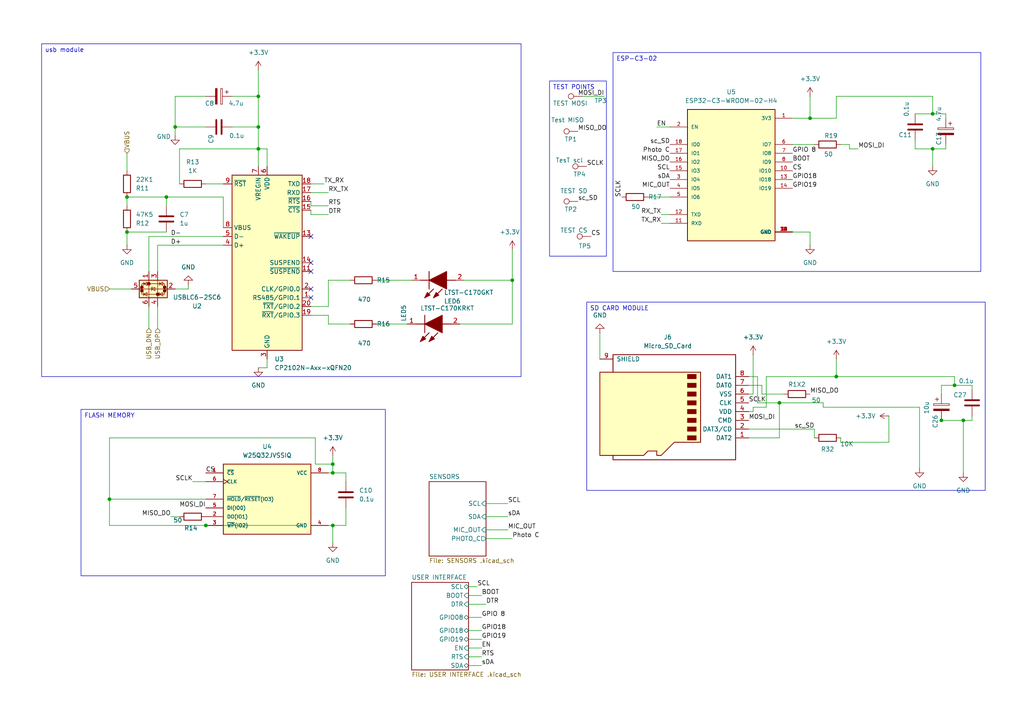
<source format=kicad_sch>
(kicad_sch (version 20250114) (generator "eeschema") (generator_version "9.0")
  (paper "A4")
  (lib_symbols
    (symbol "Connector:Micro_SD_Card" (pin_names (offset 1.016))
      (property "Reference" "J" (at -16.51 15.24 0))
      (property "Value" "Micro_SD_Card" (at 16.51 15.24 0))
      (symbol "Micro_SD_Card_0_1"
        (polyline (pts (xy -8.89 -11.43) (xy -8.89 8.89) (xy -1.27 8.89) (xy 2.54 12.7) (xy 3.81 12.7) (xy 3.81 11.43) (xy 6.35 11.43) (xy 7.62 12.7) (xy 20.32 12.7) (xy 20.32 -11.43) (xy -8.89 -11.43)) (stroke (width 0.254)) (fill (type background)))
        (rectangle (start -7.62 8.255) (end -5.08 6.985) (fill (type outline)))
        (rectangle (start -7.62 5.715) (end -5.08 4.445) (fill (type outline)))
        (rectangle (start -7.62 3.175) (end -5.08 1.905) (fill (type outline)))
        (rectangle (start -7.62 0.635) (end -5.08 -0.635) (fill (type outline)))
        (rectangle (start -7.62 -1.905) (end -5.08 -3.175) (fill (type outline)))
        (rectangle (start -7.62 -4.445) (end -5.08 -5.715) (fill (type outline)))
        (rectangle (start -7.62 -6.985) (end -5.08 -8.255) (fill (type outline)))
        (rectangle (start -7.62 -9.525) (end -5.08 -10.795) (fill (type outline)))
        (polyline (pts (xy 16.51 12.7) (xy 16.51 13.97) (xy -19.05 13.97) (xy -19.05 -16.51) (xy 16.51 -16.51) (xy 16.51 -11.43)) (stroke (width 0.254)))
      )
      (symbol "Micro_SD_Card_1_1"
        (pin bidirectional line (at -22.86 7.62 0) (length 3.81) (name "DAT2") (number "1"))
        (pin bidirectional line (at -22.86 5.08 0) (length 3.81) (name "DAT3/CD") (number "2"))
        (pin input line (at -22.86 2.54 0) (length 3.81) (name "CMD") (number "3"))
        (pin power_in line (at -22.86 0 0) (length 3.81) (name "VDD") (number "4"))
        (pin input line (at -22.86 -2.54 0) (length 3.81) (name "CLK") (number "5"))
        (pin power_in line (at -22.86 -5.08 0) (length 3.81) (name "VSS") (number "6"))
        (pin bidirectional line (at -22.86 -7.62 0) (length 3.81) (name "DAT0") (number "7"))
        (pin bidirectional line (at -22.86 -10.16 0) (length 3.81) (name "DAT1") (number "8"))
        (pin passive line (at 20.32 -15.24 180) (length 3.81) (name "SHIELD") (number "9"))
      )
    )
    (symbol "Connector:TestPoint" (pin_numbers (hide yes)) (pin_names (offset 0.762) (hide yes))
      (property "Reference" "TP" (at 0 6.858 0))
      (property "Value" "TestPoint" (at 0 5.08 0))
      (symbol "TestPoint_0_1"
        (circle (center 0 3.302) (radius 0.762))
      )
      (symbol "TestPoint_1_1"
        (pin passive line (at 0 0 90) (length 2.54) (name "1") (number "1"))
      )
    )
    (symbol "Device:C" (pin_numbers (hide yes)) (pin_names (offset 0.254))
      (property "Reference" "C" (at 0.635 2.54 0))
      (property "Value" "C" (at 0.635 -2.54 0))
      (symbol "C_0_1"
        (polyline (pts (xy -2.032 0.762) (xy 2.032 0.762)) (stroke (width 0.508)))
        (polyline (pts (xy -2.032 -0.762) (xy 2.032 -0.762)) (stroke (width 0.508)))
      )
      (symbol "C_1_1"
        (pin passive line (at 0 3.81 270) (length 2.794) (name "~") (number "1"))
        (pin passive line (at 0 -3.81 90) (length 2.794) (name "~") (number "2"))
      )
    )
    (symbol "Device:C_Polarized" (pin_numbers (hide yes)) (pin_names (offset 0.254))
      (property "Reference" "C" (at 0.635 2.54 0))
      (property "Value" "C_Polarized" (at 0.635 -2.54 0))
      (symbol "C_Polarized_0_1"
        (rectangle (start -2.286 0.508) (end 2.286 1.016))
        (polyline (pts (xy -1.778 2.286) (xy -0.762 2.286)))
        (polyline (pts (xy -1.27 2.794) (xy -1.27 1.778)))
        (rectangle (start 2.286 -0.508) (end -2.286 -1.016) (fill (type outline)))
      )
      (symbol "C_Polarized_1_1"
        (pin passive line (at 0 3.81 270) (length 2.794) (name "~") (number "1"))
        (pin passive line (at 0 -3.81 90) (length 2.794) (name "~") (number "2"))
      )
    )
    (symbol "Device:R" (pin_numbers (hide yes)) (pin_names (offset 0))
      (property "Reference" "R" (at 2.032 0 90))
      (property "Value" "R" (at 0 0 90))
      (symbol "R_0_1"
        (rectangle (start -1.016 -2.54) (end 1.016 2.54) (stroke (width 0.254)))
      )
      (symbol "R_1_1"
        (pin passive line (at 0 3.81 270) (length 1.27) (name "~") (number "1"))
        (pin passive line (at 0 -3.81 90) (length 1.27) (name "~") (number "2"))
      )
    )
    (symbol "ESP32-C3-WROOM-02-H4:ESP32-C3-WROOM-02-H4" (pin_names (offset 1.016))
      (property "Reference" "U" (at -12.7 21.082 0))
      (property "Value" "ESP32-C3-WROOM-02-H4" (at -12.7 -18.542 0))
      (symbol "ESP32-C3-WROOM-02-H4_0_0"
        (rectangle (start -12.7 -17.78) (end 12.7 20.32) (stroke (width 0.254)) (fill (type background)))
        (pin input line (at -17.78 15.24 0) (length 5.08) (name "EN") (number "2"))
        (pin bidirectional line (at -17.78 10.16 0) (length 5.08) (name "IO0") (number "18"))
        (pin bidirectional line (at -17.78 7.62 0) (length 5.08) (name "IO1") (number "17"))
        (pin bidirectional line (at -17.78 5.08 0) (length 5.08) (name "IO2") (number "16"))
        (pin bidirectional line (at -17.78 2.54 0) (length 5.08) (name "IO3") (number "15"))
        (pin bidirectional line (at -17.78 0 0) (length 5.08) (name "IO4") (number "3"))
        (pin bidirectional line (at -17.78 -2.54 0) (length 5.08) (name "IO5") (number "4"))
        (pin bidirectional line (at -17.78 -5.08 0) (length 5.08) (name "IO6") (number "5"))
        (pin bidirectional line (at -17.78 -10.16 0) (length 5.08) (name "TXD") (number "12"))
        (pin bidirectional line (at -17.78 -12.7 0) (length 5.08) (name "RXD") (number "11"))
        (pin power_in line (at 17.78 17.78 180) (length 5.08) (name "3V3") (number "1"))
        (pin bidirectional line (at 17.78 10.16 180) (length 5.08) (name "IO7") (number "6"))
        (pin bidirectional line (at 17.78 7.62 180) (length 5.08) (name "IO8") (number "7"))
        (pin bidirectional line (at 17.78 5.08 180) (length 5.08) (name "IO9") (number "8"))
        (pin bidirectional line (at 17.78 2.54 180) (length 5.08) (name "IO10") (number "10"))
        (pin bidirectional line (at 17.78 0 180) (length 5.08) (name "IO18") (number "13"))
        (pin bidirectional line (at 17.78 -2.54 180) (length 5.08) (name "IO19") (number "14"))
        (pin power_in line (at 17.78 -15.24 180) (length 5.08) (name "GND") (number "19"))
        (pin power_in line (at 17.78 -15.24 180) (length 5.08) (name "GND") (number "20"))
        (pin power_in line (at 17.78 -15.24 180) (length 5.08) (name "GND") (number "21"))
        (pin power_in line (at 17.78 -15.24 180) (length 5.08) (name "GND") (number "22"))
        (pin power_in line (at 17.78 -15.24 180) (length 5.08) (name "GND") (number "23"))
        (pin power_in line (at 17.78 -15.24 180) (length 5.08) (name "GND") (number "24"))
        (pin power_in line (at 17.78 -15.24 180) (length 5.08) (name "GND") (number "25"))
        (pin power_in line (at 17.78 -15.24 180) (length 5.08) (name "GND") (number "26"))
        (pin power_in line (at 17.78 -15.24 180) (length 5.08) (name "GND") (number "27"))
        (pin power_in line (at 17.78 -15.24 180) (length 5.08) (name "GND") (number "28"))
        (pin power_in line (at 17.78 -15.24 180) (length 5.08) (name "GND") (number "29"))
        (pin power_in line (at 17.78 -15.24 180) (length 5.08) (name "GND") (number "30"))
        (pin power_in line (at 17.78 -15.24 180) (length 5.08) (name "GND") (number "31"))
        (pin power_in line (at 17.78 -15.24 180) (length 5.08) (name "GND") (number "32"))
        (pin power_in line (at 17.78 -15.24 180) (length 5.08) (name "GND") (number "33"))
        (pin power_in line (at 17.78 -15.24 180) (length 5.08) (name "GND") (number "34"))
        (pin power_in line (at 17.78 -15.24 180) (length 5.08) (name "GND") (number "35"))
        (pin power_in line (at 17.78 -15.24 180) (length 5.08) (name "GND") (number "36"))
        (pin power_in line (at 17.78 -15.24 180) (length 5.08) (name "GND") (number "37"))
        (pin power_in line (at 17.78 -15.24 180) (length 5.08) (name "GND") (number "38"))
        (pin power_in line (at 17.78 -15.24 180) (length 5.08) (name "GND") (number "39"))
        (pin power_in line (at 17.78 -15.24 180) (length 5.08) (name "GND") (number "9"))
      )
    )
    (symbol "Interface_USB:CP2102N-Axx-xQFN20"
      (property "Reference" "U" (at -8.89 26.67 0))
      (property "Value" "CP2102N-Axx-xQFN20" (at 12.7 26.67 0))
      (symbol "CP2102N-Axx-xQFN20_0_1"
        (rectangle (start -10.16 25.4) (end 10.16 -25.4) (stroke (width 0.254)) (fill (type background)))
      )
      (symbol "CP2102N-Axx-xQFN20_1_1"
        (pin input line (at -12.7 22.86 0) (length 2.54) (name "~{RST}") (number "9"))
        (pin input line (at -12.7 10.16 0) (length 2.54) (name "VBUS") (number "8"))
        (pin bidirectional line (at -12.7 7.62 0) (length 2.54) (name "D-") (number "5"))
        (pin bidirectional line (at -12.7 5.08 0) (length 2.54) (name "D+") (number "4"))
        (pin no_connect line (at -10.16 -22.86 0) (length 2.54) (hide yes) (name "NC") (number "10"))
        (pin power_in line (at -2.54 27.94 270) (length 2.54) (name "VREGIN") (number "7"))
        (pin power_in line (at 0 27.94 270) (length 2.54) (name "VDD") (number "6"))
        (pin passive line (at 0 -27.94 90) (length 2.54) (hide yes) (name "GND") (number "12"))
        (pin passive line (at 0 -27.94 90) (length 2.54) (hide yes) (name "GND") (number "21"))
        (pin power_in line (at 0 -27.94 90) (length 2.54) (name "GND") (number "3"))
        (pin output line (at 12.7 22.86 180) (length 2.54) (name "TXD") (number "18"))
        (pin input line (at 12.7 20.32 180) (length 2.54) (name "RXD") (number "17"))
        (pin output line (at 12.7 17.78 180) (length 2.54) (name "~{RTS}") (number "16"))
        (pin input line (at 12.7 15.24 180) (length 2.54) (name "~{CTS}") (number "15"))
        (pin input line (at 12.7 7.62 180) (length 2.54) (name "~{WAKEUP}") (number "13"))
        (pin output line (at 12.7 0 180) (length 2.54) (name "SUSPEND") (number "14"))
        (pin output line (at 12.7 -2.54 180) (length 2.54) (name "~{SUSPEND}") (number "11"))
        (pin bidirectional line (at 12.7 -7.62 180) (length 2.54) (name "CLK/GPIO.0") (number "2"))
        (pin bidirectional line (at 12.7 -10.16 180) (length 2.54) (name "RS485/GPIO.1") (number "1"))
        (pin bidirectional line (at 12.7 -12.7 180) (length 2.54) (name "~{TXT}/GPIO.2") (number "20"))
        (pin bidirectional line (at 12.7 -15.24 180) (length 2.54) (name "~{RXT}/GPIO.3") (number "19"))
      )
    )
    (symbol "LTST-C170GKT:LTST-C170GKT" (pin_names (hide yes))
      (property "Reference" "LED" (at 12.7 8.89 0))
      (property "Value" "LTST-C170GKT" (at 12.7 6.35 0))
      (symbol "LTST-C170GKT_1_1"
        (polyline (pts (xy 2.54 0) (xy 5.08 0)) (stroke (width 0.254)))
        (polyline (pts (xy 5.08 2.54) (xy 5.08 -2.54)) (stroke (width 0.254)))
        (polyline (pts (xy 5.08 0) (xy 10.16 2.54) (xy 10.16 -2.54) (xy 5.08 0)) (stroke (width 0.254)) (fill (type outline)))
        (polyline (pts (xy 5.334 4.318) (xy 4.572 3.556) (xy 3.81 5.08) (xy 5.334 4.318)) (stroke (width 0.254)) (fill (type outline)))
        (polyline (pts (xy 6.35 2.54) (xy 3.81 5.08)) (stroke (width 0.254)))
        (polyline (pts (xy 7.874 4.318) (xy 7.112 3.556) (xy 6.35 5.08) (xy 7.874 4.318)) (stroke (width 0.254)) (fill (type outline)))
        (polyline (pts (xy 8.89 2.54) (xy 6.35 5.08)) (stroke (width 0.254)))
        (polyline (pts (xy 10.16 0) (xy 12.7 0)) (stroke (width 0.254)))
        (pin passive line (at 0 0 0) (length 2.54) (name "K") (number "1"))
        (pin passive line (at 15.24 0 180) (length 2.54) (name "A") (number "2"))
      )
    )
    (symbol "LTST-C170KRKT:LTST-C170KRKT" (pin_names (hide yes))
      (property "Reference" "LED" (at 12.7 8.89 0))
      (property "Value" "LTST-C170KRKT" (at 12.7 6.35 0))
      (symbol "LTST-C170KRKT_1_1"
        (polyline (pts (xy 2.54 0) (xy 5.08 0)) (stroke (width 0.254)))
        (polyline (pts (xy 5.08 2.54) (xy 5.08 -2.54)) (stroke (width 0.254)))
        (polyline (pts (xy 5.08 0) (xy 10.16 2.54) (xy 10.16 -2.54) (xy 5.08 0)) (stroke (width 0.254)) (fill (type outline)))
        (polyline (pts (xy 5.334 4.318) (xy 4.572 3.556) (xy 3.81 5.08) (xy 5.334 4.318)) (stroke (width 0.254)) (fill (type outline)))
        (polyline (pts (xy 6.35 2.54) (xy 3.81 5.08)) (stroke (width 0.254)))
        (polyline (pts (xy 7.874 4.318) (xy 7.112 3.556) (xy 6.35 5.08) (xy 7.874 4.318)) (stroke (width 0.254)) (fill (type outline)))
        (polyline (pts (xy 8.89 2.54) (xy 6.35 5.08)) (stroke (width 0.254)))
        (polyline (pts (xy 10.16 0) (xy 12.7 0)) (stroke (width 0.254)))
        (pin passive line (at 0 0 0) (length 2.54) (name "K") (number "1"))
        (pin passive line (at 15.24 0 180) (length 2.54) (name "A") (number "2"))
      )
    )
    (symbol "Power_Protection:USBLC6-2SC6" (pin_names (hide yes))
      (property "Reference" "U" (at 0.635 5.715 0))
      (property "Value" "USBLC6-2SC6" (at 0.635 3.81 0))
      (symbol "USBLC6-2SC6_0_0"
        (circle (center -1.524 0) (radius 0.0001) (stroke (width 0.508)))
        (circle (center -0.508 2.032) (radius 0.0001) (stroke (width 0.508)))
        (circle (center -0.508 -4.572) (radius 0.0001) (stroke (width 0.508)))
        (circle (center 0.508 2.032) (radius 0.0001) (stroke (width 0.508)))
        (circle (center 0.508 -4.572) (radius 0.0001) (stroke (width 0.508)))
        (circle (center 1.524 -2.54) (radius 0.0001) (stroke (width 0.508)))
      )
      (symbol "USBLC6-2SC6_0_1"
        (polyline (pts (xy -2.54 0) (xy 2.54 0)))
        (polyline (pts (xy -2.54 -2.54) (xy 2.54 -2.54)))
        (polyline (pts (xy -2.032 0.508) (xy -1.016 0.508) (xy -1.524 1.524) (xy -2.032 0.508)))
        (polyline (pts (xy -2.032 -3.048) (xy -1.016 -3.048)))
        (polyline (pts (xy -1.016 1.524) (xy -2.032 1.524)))
        (polyline (pts (xy -1.016 -4.064) (xy -2.032 -4.064) (xy -1.524 -3.048) (xy -1.016 -4.064)))
        (polyline (pts (xy -0.508 -1.143) (xy -0.508 -0.762) (xy 0.508 -0.762)))
        (polyline (pts (xy 0 2.54) (xy -0.508 2.032) (xy 0.508 2.032) (xy 0 1.524) (xy 0 -4.064) (xy -0.508 -4.572) (xy 0.508 -4.572) (xy 0 -5.08)))
        (polyline (pts (xy 0.508 -1.778) (xy -0.508 -1.778) (xy 0 -0.762) (xy 0.508 -1.778)))
        (polyline (pts (xy 1.016 1.524) (xy 2.032 1.524)))
        (polyline (pts (xy 1.016 -3.048) (xy 2.032 -3.048)))
        (polyline (pts (xy 2.032 0.508) (xy 1.016 0.508) (xy 1.524 1.524) (xy 2.032 0.508)))
        (polyline (pts (xy 2.032 -4.064) (xy 1.016 -4.064) (xy 1.524 -3.048) (xy 2.032 -4.064)))
      )
      (symbol "USBLC6-2SC6_1_1"
        (rectangle (start -2.54 2.794) (end 2.54 -5.334) (stroke (width 0.254)) (fill (type background)))
        (polyline (pts (xy -0.508 2.032) (xy -1.524 2.032) (xy -1.524 -4.572) (xy -0.508 -4.572)))
        (polyline (pts (xy 0.508 -4.572) (xy 1.524 -4.572) (xy 1.524 2.032) (xy 0.508 2.032)))
        (pin passive line (at -5.08 0 0) (length 2.54) (name "I/O1") (number "1"))
        (pin passive line (at -5.08 -2.54 0) (length 2.54) (name "I/O2") (number "3"))
        (pin passive line (at 0 5.08 270) (length 2.54) (name "VBUS") (number "5"))
        (pin passive line (at 0 -7.62 90) (length 2.54) (name "GND") (number "2"))
        (pin passive line (at 5.08 0 180) (length 2.54) (name "I/O1") (number "6"))
        (pin passive line (at 5.08 -2.54 180) (length 2.54) (name "I/O2") (number "4"))
      )
    )
    (symbol "W25Q32JVSSIQ:W25Q32JVSSIQ" (pin_names (offset 1.016))
      (property "Reference" "U" (at -12.4723 10.945 0))
      (property "Value" "W25Q32JVSSIQ" (at -12.4744 -12.2198 0))
      (symbol "W25Q32JVSSIQ_0_0"
        (rectangle (start -12.7 -10.16) (end 12.7 10.16) (stroke (width 0.254)) (fill (type background)))
        (pin input line (at -17.78 7.62 0) (length 5.08) (name "~{CS}") (number "1"))
        (pin input clock (at -17.78 5.08 0) (length 5.08) (name "CLK") (number "6"))
        (pin bidirectional line (at -17.78 0 0) (length 5.08) (name "~{HOLD}/~{RESET}(IO3)") (number "7"))
        (pin bidirectional line (at -17.78 -2.54 0) (length 5.08) (name "DI(IO0)") (number "5"))
        (pin bidirectional line (at -17.78 -5.08 0) (length 5.08) (name "DO(IO1)") (number "2"))
        (pin bidirectional line (at -17.78 -7.62 0) (length 5.08) (name "~{WP}(IO2)") (number "3"))
        (pin power_in line (at 17.78 7.62 180) (length 5.08) (name "VCC") (number "8"))
        (pin power_in line (at 17.78 -7.62 180) (length 5.08) (name "GND") (number "4"))
      )
    )
    (symbol "power:+3.3V" (power) (pin_numbers (hide yes)) (pin_names (offset 0) (hide yes))
      (property "Value" "+3.3V" (at 0 3.556 0))
      (symbol "+3.3V_0_1"
        (polyline (pts (xy -0.762 1.27) (xy 0 2.54)))
        (polyline (pts (xy 0 2.54) (xy 0.762 1.27)))
        (polyline (pts (xy 0 0) (xy 0 2.54)))
      )
      (symbol "+3.3V_1_1"
        (pin power_in line (at 0 0 90) (length 0) (name "~") (number "1"))
      )
    )
    (symbol "power:GND" (power) (pin_numbers (hide yes)) (pin_names (offset 0) (hide yes))
      (property "Value" "GND" (at 0 -3.81 0))
      (symbol "GND_0_1"
        (polyline (pts (xy 0 0) (xy 0 -1.27) (xy 1.27 -1.27) (xy 0 -2.54) (xy -1.27 -1.27) (xy 0 -1.27)))
      )
      (symbol "GND_1_1"
        (pin power_in line (at 0 0 270) (length 0) (name "~") (number "1"))
      )
    )
  )
  (text_box "FLASH MEMORY\n" (at 23.495 118.745 0) (size 88.265 48.26) (margins 0.9525 0.9525 0.9525 0.9525) (effects (font (size 1.27 1.27)) (justify left top)))
  (text_box "TEST POINTS\n" (at 159.385 23.495 0) (size 16.51 50.8) (margins 0.9525 0.9525 0.9525 0.9525) (effects (font (size 1.27 1.27)) (justify left top)))
  (text_box "usb module\n" (at 12.065 12.7 0) (size 139.065 96.52) (margins 0.9525 0.9525 0.9525 0.9525) (effects (font (size 1.27 1.27)) (justify left top)))
  (text_box "ESP-C3-02\n" (at 177.8 15.24 0) (size 106.68 63.5) (margins 0.9525 0.9525 0.9525 0.9525) (effects (font (size 1.27 1.27)) (justify left top)))
  (text_box "SD CARD MODULE\n" (at 170.18 87.63 0) (size 115.57 54.61) (margins 0.9525 0.9525 0.9525 0.9525) (effects (font (size 1.27 1.27)) (justify left top)))
  (junction (at 270.51 43.18))
  (junction (at 74.93 36.83))
  (junction (at 59.69 152.4))
  (junction (at 31.75 144.78))
  (junction (at 226.06 116.84))
  (junction (at 96.52 134.62))
  (junction (at 74.93 27.94))
  (junction (at 148.59 81.28))
  (junction (at 36.83 57.15))
  (junction (at 279.4 121.92))
  (junction (at 48.26 57.15))
  (junction (at 50.8 36.83))
  (junction (at 96.52 152.4))
  (junction (at 96.52 137.16))
  (junction (at 36.83 67.31))
  (junction (at 234.95 34.29))
  (junction (at 74.93 43.18))
  (junction (at 270.51 33.02))
  (junction (at 276.86 111.76))
  (junction (at 242.57 109.22))
  (junction (at 273.05 121.92))
  (no_connect (at 90.17 76.2))
  (no_connect (at 90.17 83.82))
  (no_connect (at 90.17 86.36))
  (no_connect (at 90.17 78.74))
  (no_connect (at 90.17 68.58))
  (wire (pts (xy 217.17 109.22) (xy 219.71 109.22)))
  (wire (pts (xy 173.99 96.52) (xy 173.99 104.14)))
  (wire (pts (xy 135.89 175.26) (xy 140.97 175.26)))
  (wire (pts (xy 238.76 118.11) (xy 266.7 118.11)))
  (wire (pts (xy 59.69 53.34) (xy 64.77 53.34)))
  (wire (pts (xy 242.57 27.94) (xy 242.57 34.29)))
  (wire (pts (xy 279.4 137.16) (xy 279.4 121.92)))
  (wire (pts (xy 36.83 67.31) (xy 36.83 71.12)))
  (wire (pts (xy 135.89 170.18) (xy 138.43 170.18)))
  (wire (pts (xy 265.43 40.64) (xy 265.43 43.18)))
  (wire (pts (xy 270.51 48.26) (xy 270.51 43.18)))
  (wire (pts (xy 45.72 71.12) (xy 64.77 71.12)))
  (wire (pts (xy 133.35 93.98) (xy 148.59 93.98)))
  (wire (pts (xy 95.25 62.23) (xy 90.17 62.23)))
  (wire (pts (xy 234.95 67.31) (xy 234.95 71.12)))
  (wire (pts (xy 191.77 62.23) (xy 194.31 62.23)))
  (wire (pts (xy 248.92 43.18) (xy 246.38 43.18)))
  (wire (pts (xy 50.8 83.82) (xy 54.61 83.82)))
  (wire (pts (xy 74.93 43.18) (xy 74.93 48.26)))
  (wire (pts (xy 135.89 187.96) (xy 139.7 187.96)))
  (wire (pts (xy 265.43 33.02) (xy 270.51 33.02)))
  (wire (pts (xy 74.93 27.94) (xy 67.31 27.94)))
  (wire (pts (xy 229.87 41.91) (xy 236.22 41.91)))
  (wire (pts (xy 276.86 109.22) (xy 276.86 111.76)))
  (wire (pts (xy 273.05 111.76) (xy 276.86 111.76)))
  (wire (pts (xy 43.18 95.25) (xy 43.18 88.9)))
  (wire (pts (xy 31.75 144.78) (xy 31.75 152.4)))
  (wire (pts (xy 140.97 149.86) (xy 147.32 149.86)))
  (wire (pts (xy 36.83 57.15) (xy 48.26 57.15)))
  (wire (pts (xy 31.75 144.78) (xy 59.69 144.78)))
  (wire (pts (xy 109.22 93.98) (xy 118.11 93.98)))
  (wire (pts (xy 67.31 36.83) (xy 74.93 36.83)))
  (wire (pts (xy 50.8 36.83) (xy 59.69 36.83)))
  (wire (pts (xy 243.84 41.91) (xy 246.38 41.91)))
  (wire (pts (xy 100.33 137.16) (xy 96.52 137.16)))
  (wire (pts (xy 52.07 53.34) (xy 52.07 43.18)))
  (wire (pts (xy 273.05 111.76) (xy 273.05 114.3)))
  (wire (pts (xy 36.83 57.15) (xy 36.83 59.69)))
  (wire (pts (xy 270.51 33.02) (xy 274.32 33.02)))
  (wire (pts (xy 43.18 78.74) (xy 43.18 68.58)))
  (wire (pts (xy 91.44 134.62) (xy 96.52 134.62)))
  (wire (pts (xy 31.75 127) (xy 91.44 127)))
  (wire (pts (xy 218.44 118.11) (xy 222.25 118.11)))
  (wire (pts (xy 90.17 55.88) (xy 95.25 55.88)))
  (wire (pts (xy 77.47 106.68) (xy 77.47 104.14)))
  (wire (pts (xy 64.77 57.15) (xy 64.77 66.04)))
  (wire (pts (xy 96.52 137.16) (xy 95.25 137.16)))
  (wire (pts (xy 135.89 172.72) (xy 139.7 172.72)))
  (wire (pts (xy 74.93 36.83) (xy 74.93 27.94)))
  (wire (pts (xy 96.52 132.08) (xy 96.52 134.62)))
  (wire (pts (xy 90.17 53.34) (xy 93.98 53.34)))
  (wire (pts (xy 95.25 59.69) (xy 90.17 59.69)))
  (wire (pts (xy 90.17 62.23) (xy 90.17 60.96)))
  (wire (pts (xy 238.76 116.84) (xy 226.06 116.84)))
  (wire (pts (xy 257.81 120.65) (xy 257.81 128.27)))
  (wire (pts (xy 135.89 185.42) (xy 139.7 185.42)))
  (wire (pts (xy 43.18 68.58) (xy 64.77 68.58)))
  (wire (pts (xy 219.71 116.84) (xy 219.71 109.22)))
  (wire (pts (xy 48.26 67.31) (xy 36.83 67.31)))
  (wire (pts (xy 91.44 127) (xy 91.44 134.62)))
  (wire (pts (xy 100.33 147.32) (xy 100.33 152.4)))
  (wire (pts (xy 243.84 128.27) (xy 243.84 127)))
  (wire (pts (xy 140.97 146.05) (xy 147.32 146.05)))
  (wire (pts (xy 95.25 81.28) (xy 101.6 81.28)))
  (wire (pts (xy 95.25 152.4) (xy 96.52 152.4)))
  (wire (pts (xy 135.89 193.04) (xy 139.7 193.04)))
  (wire (pts (xy 135.89 190.5) (xy 139.7 190.5)))
  (wire (pts (xy 242.57 27.94) (xy 270.51 27.94)))
  (wire (pts (xy 274.32 33.02) (xy 274.32 34.29)))
  (wire (pts (xy 140.97 153.67) (xy 147.32 153.67)))
  (wire (pts (xy 219.71 116.84) (xy 226.06 116.84)))
  (wire (pts (xy 148.59 93.98) (xy 148.59 81.28)))
  (wire (pts (xy 148.59 72.39) (xy 148.59 81.28)))
  (wire (pts (xy 95.25 93.98) (xy 101.6 93.98)))
  (wire (pts (xy 90.17 88.9) (xy 95.25 88.9)))
  (wire (pts (xy 55.88 139.7) (xy 59.69 139.7)))
  (wire (pts (xy 45.72 78.74) (xy 45.72 71.12)))
  (wire (pts (xy 217.17 119.38) (xy 218.44 119.38)))
  (wire (pts (xy 140.97 156.21) (xy 148.59 156.21)))
  (wire (pts (xy 135.89 179.07) (xy 139.7 179.07)))
  (wire (pts (xy 234.95 27.94) (xy 234.95 34.29)))
  (wire (pts (xy 270.51 27.94) (xy 270.51 33.02)))
  (wire (pts (xy 220.98 111.76) (xy 220.98 114.3)))
  (wire (pts (xy 242.57 109.22) (xy 276.86 109.22)))
  (wire (pts (xy 281.94 121.92) (xy 281.94 120.65)))
  (wire (pts (xy 266.7 118.11) (xy 266.7 135.89)))
  (wire (pts (xy 77.47 43.18) (xy 74.93 43.18)))
  (wire (pts (xy 96.52 152.4) (xy 96.52 157.48)))
  (wire (pts (xy 217.17 127) (xy 226.06 127)))
  (wire (pts (xy 273.05 119.38) (xy 273.05 121.92)))
  (wire (pts (xy 135.89 182.88) (xy 139.7 182.88)))
  (wire (pts (xy 222.25 109.22) (xy 242.57 109.22)))
  (wire (pts (xy 59.69 27.94) (xy 50.8 27.94)))
  (wire (pts (xy 100.33 139.7) (xy 100.33 137.16)))
  (wire (pts (xy 31.75 144.78) (xy 31.75 127)))
  (wire (pts (xy 50.8 27.94) (xy 50.8 36.83)))
  (wire (pts (xy 243.84 128.27) (xy 257.81 128.27)))
  (wire (pts (xy 74.93 106.68) (xy 77.47 106.68)))
  (wire (pts (xy 226.06 116.84) (xy 226.06 127)))
  (wire (pts (xy 217.17 114.3) (xy 218.44 114.3)))
  (wire (pts (xy 217.17 111.76) (xy 220.98 111.76)))
  (wire (pts (xy 96.52 134.62) (xy 96.52 137.16)))
  (wire (pts (xy 218.44 102.87) (xy 218.44 114.3)))
  (wire (pts (xy 265.43 43.18) (xy 270.51 43.18)))
  (wire (pts (xy 279.4 121.92) (xy 281.94 121.92)))
  (wire (pts (xy 50.8 36.83) (xy 50.8 39.37)))
  (wire (pts (xy 96.52 152.4) (xy 100.33 152.4)))
  (wire (pts (xy 236.22 124.46) (xy 236.22 127)))
  (wire (pts (xy 48.26 57.15) (xy 64.77 57.15)))
  (wire (pts (xy 77.47 48.26) (xy 77.47 43.18)))
  (wire (pts (xy 234.95 34.29) (xy 242.57 34.29)))
  (wire (pts (xy 220.98 114.3) (xy 227.33 114.3)))
  (wire (pts (xy 238.76 118.11) (xy 238.76 116.84)))
  (wire (pts (xy 49.53 149.86) (xy 52.07 149.86)))
  (wire (pts (xy 218.44 119.38) (xy 218.44 118.11)))
  (wire (pts (xy 59.69 152.4) (xy 87.63 152.4)))
  (wire (pts (xy 90.17 59.69) (xy 90.17 58.42)))
  (wire (pts (xy 109.22 81.28) (xy 119.38 81.28)))
  (wire (pts (xy 54.61 83.82) (xy 54.61 82.55)))
  (wire (pts (xy 242.57 104.14) (xy 242.57 109.22)))
  (wire (pts (xy 217.17 124.46) (xy 236.22 124.46)))
  (wire (pts (xy 95.25 91.44) (xy 95.25 93.98)))
  (wire (pts (xy 190.5 36.83) (xy 194.31 36.83)))
  (wire (pts (xy 274.32 43.18) (xy 274.32 41.91)))
  (wire (pts (xy 74.93 43.18) (xy 74.93 36.83)))
  (wire (pts (xy 45.72 95.25) (xy 45.72 88.9)))
  (wire (pts (xy 187.96 57.15) (xy 194.31 57.15)))
  (wire (pts (xy 270.51 43.18) (xy 274.32 43.18)))
  (wire (pts (xy 276.86 111.76) (xy 281.94 111.76)))
  (wire (pts (xy 229.87 34.29) (xy 234.95 34.29)))
  (wire (pts (xy 191.77 64.77) (xy 194.31 64.77)))
  (wire (pts (xy 222.25 118.11) (xy 222.25 109.22)))
  (wire (pts (xy 229.87 67.31) (xy 234.95 67.31)))
  (wire (pts (xy 74.93 20.32) (xy 74.93 27.94)))
  (wire (pts (xy 95.25 88.9) (xy 95.25 81.28)))
  (wire (pts (xy 90.17 91.44) (xy 95.25 91.44)))
  (wire (pts (xy 31.75 152.4) (xy 59.69 152.4)))
  (wire (pts (xy 48.26 57.15) (xy 48.26 59.69)))
  (wire (pts (xy 52.07 43.18) (xy 74.93 43.18)))
  (wire (pts (xy 246.38 43.18) (xy 246.38 41.91)))
  (wire (pts (xy 168.91 27.94) (xy 175.26 27.94)))
  (wire (pts (xy 36.83 44.45) (xy 36.83 49.53)))
  (wire (pts (xy 31.75 83.82) (xy 38.1 83.82)))
  (wire (pts (xy 273.05 121.92) (xy 279.4 121.92)))
  (wire (pts (xy 281.94 111.76) (xy 281.94 113.03)))
  (wire (pts (xy 148.59 81.28) (xy 134.62 81.28)))
  (label "GPIO19" (at 139.7 185.42 0))
  (label "MISO_DO" (at 167.64 38.1 0))
  (label "DTR" (at 95.25 62.23 0))
  (label "RX_TX" (at 191.77 62.23 180))
  (label "DTR" (at 140.97 175.26 0))
  (label "MIC_OUT" (at 147.32 153.67 0))
  (label "GPIO19" (at 229.87 54.61 0))
  (label "MIC_OUT" (at 194.31 54.61 180))
  (label "SCL" (at 147.32 146.05 0))
  (label "SCLK" (at 170.18 48.26 0))
  (label "RTS" (at 139.7 190.5 0))
  (label "TX_RX" (at 93.98 53.34 0))
  (label "Photo C" (at 148.59 156.21 0))
  (label "sDA" (at 194.31 52.07 180))
  (label "sc_SD" (at 236.22 124.46 180))
  (label "SCLK" (at 217.17 116.84 0))
  (label "MISO_DO" (at 234.95 114.3 0))
  (label "RTS" (at 95.25 59.69 0))
  (label "SCL" (at 194.31 49.53 180))
  (label "GPIO 8" (at 229.87 44.45 0))
  (label "TX_RX" (at 191.77 64.77 180))
  (label "GPIO18" (at 229.87 52.07 0))
  (label "SCLK" (at 55.88 139.7 180))
  (label "sDA" (at 147.32 149.86 0))
  (label "BOOT" (at 229.87 46.99 0))
  (label "MOSI_DI" (at 217.17 121.92 0))
  (label "sDA" (at 139.7 193.04 0))
  (label "CS" (at 229.87 49.53 0))
  (label "SCL" (at 138.43 170.18 0))
  (label "RX_TX" (at 95.25 55.88 0))
  (label "D-" (at 49.53 68.58 0))
  (label "MOSI_DI" (at 248.92 43.18 0))
  (label "GPIO18" (at 139.7 182.88 0))
  (label "sc_SD" (at 194.31 41.91 180))
  (label "MOSI_DI" (at 175.26 27.94 180))
  (label "SCLK" (at 180.34 57.15 90))
  (label "GPIO 8" (at 139.7 179.07 0))
  (label "MOSI_DI" (at 59.69 147.32 180))
  (label "MISO_DO" (at 194.31 46.99 180))
  (label "CS" (at 59.69 137.16 0))
  (label "D+" (at 49.53 71.12 0))
  (label "BOOT" (at 139.7 172.72 0))
  (label "Photo C" (at 194.31 44.45 180))
  (label "EN" (at 190.5 36.83 0))
  (label "sc_SD" (at 167.64 58.42 0))
  (label "MISO_DO" (at 49.53 149.86 180))
  (label "EN" (at 139.7 187.96 0))
  (label "CS" (at 171.45 68.58 0))
  (hierarchical_label "VBUS" (shape input) (at 31.75 83.82 180))
  (hierarchical_label "VBUS" (shape input) (at 36.83 44.45 90))
  (hierarchical_label "USB_DP" (shape input) (at 45.72 95.25 270))
  (hierarchical_label "USB_DN" (shape input) (at 43.18 95.25 270))
  (symbol (lib_id "Device:C_Polarized") (at 274.32 38.1 0) (mirror y) (unit 1)
    (property "Reference" "C13" (at 272.288 42.164 90) (effects (justify left)))
    (property "Value" "4.7u" (at 272.288 35.306 90) (effects (justify left)))
    (property "Footprint" "ESP32 PROJECT LIB:T491A" (effects (hide yes)))
    (property "Description" "Polarized capacitor" (effects (hide yes)))
  )
  (symbol (lib_id "power:GND") (at 279.4 137.16 0) (unit 1)
    (property "Reference" "#PWR065" (effects (hide yes)))
    (property "Value" "GND" (at 279.4 142.24 0))
    (property "Description" "Power symbol creates a global label with name \"GND\" , ground" (effects (hide yes)))
  )
  (symbol (lib_id "W25Q32JVSSIQ:W25Q32JVSSIQ") (at 77.47 144.78 0) (unit 1)
    (property "Reference" "U4" (at 77.47 129.54 0))
    (property "Value" "W25Q32JVSSIQ" (at 77.47 132.08 0))
    (property "Footprint" "ESP32 PROJECT LIB:SOIC127P790X216-8N" (effects (hide yes)))
    (property "MF" "Winbond" (effects (hide yes)))
    (property "Description_1" "FLASH - NOR Memory IC 32Mb (4M x 8) SPI - Quad I/O 133 MHz 8-SOIC" (effects (hide yes)))
    (property "Package" "SOIC-8 Winbond" (effects (hide yes)))
    (property "Price" "None" (effects (hide yes)))
    (property "SnapEDA_Link" "https://www.snapeda.com/parts/W25Q32JVSSIQ/Winbond+Electronics/view-part/?ref=snap" (effects (hide yes)))
    (property "MP" "W25Q32JVSSIQ" (effects (hide yes)))
    (property "M_PART_NUMBER" "W25QXX" (effects (hide yes)))
    (property "Availability" "In Stock" (effects (hide yes)))
    (property "Check_prices" "https://www.snapeda.com/parts/W25Q32JVSSIQ/Winbond+Electronics/view-part/?ref=eda" (effects (hide yes)))
  )
  (symbol (lib_id "power:GND") (at 50.8 39.37 0) (unit 1)
    (property "Reference" "#PWR022" (effects (hide yes)))
    (property "Value" "GND" (at 47.498 39.624 0))
    (property "Description" "Power symbol creates a global label with name \"GND\" , ground" (effects (hide yes)))
  )
  (symbol (lib_id "power:+3.3V") (at 74.93 20.32 0) (unit 1)
    (property "Reference" "#PWR024" (effects (hide yes)))
    (property "Value" "+3.3V" (at 74.93 15.24 0))
    (property "Description" "Power symbol creates a global label with name \"+3.3V\"" (effects (hide yes)))
  )
  (symbol (lib_id "LTST-C170GKT:LTST-C170GKT") (at 119.38 81.28 0) (mirror x) (unit 1)
    (property "Reference" "LED6" (at 128.778 87.376 0) (effects (justify left)))
    (property "Value" "LTST-C170GKT" (at 128.778 84.836 0) (effects (justify left)))
    (property "Footprint" "ESP32 PROJECT LIB:LEDC2012X120N" (effects (hide yes)))
    (property "Datasheet" "https://mm.digikey.com/Volume0/opasdata/d220001/medias/docus/895/LTST-C170GKT.pdf" (effects (hide yes)))
    (property "Description" "LED,SMD,0805,Green,6mcd,130deg Lite-On LTST-C170GKT, CHIPLED 0805 Series Green LED, 569 nm 2012 (0805), Rectangle Lens SMD package" (effects (hide yes)))
    (property "Height" "1.2" (effects (hide yes)))
    (property "Manufacturer_Name" "Lite-On" (effects (hide yes)))
    (property "Manufacturer_Part_Number" "LTST-C170GKT" (effects (hide yes)))
    (property "Mouser Part Number" "859-LTST-C170GKT" (effects (hide yes)))
    (property "Mouser Price/Stock" "https://www.mouser.co.uk/ProductDetail/Lite-On/LTST-C170GKT?qs=%2FSqKn2EfXQSV5aRij3YIfQ%3D%3D" (effects (hide yes)))
    (property "Arrow Part Number" "LTST-C170GKT" (effects (hide yes)))
    (property "Arrow Price/Stock" "https://www.arrow.com/en/products/ltst-c170gkt/lite-on-technology?utm_currency=USD&region=nac" (effects (hide yes)))
  )
  (symbol (lib_id "power:+3.3V") (at 218.44 102.87 0) (unit 1)
    (property "Reference" "#PWR066" (effects (hide yes)))
    (property "Value" "+3.3V" (at 218.44 97.79 0))
    (property "Description" "Power symbol creates a global label with name \"+3.3V\"" (effects (hide yes)))
  )
  (symbol (lib_id "Device:R") (at 184.15 57.15 90) (mirror x) (unit 1)
    (property "Reference" "R17" (at 189.9661 57.1116 90))
    (property "Value" "50" (at 184.404 59.944 90))
    (property "Footprint" "Resistor_SMD:R_0805_2012Metric" (effects (hide yes)))
    (property "Description" "Resistor" (effects (hide yes)))
  )
  (symbol (lib_id "power:GND") (at 234.95 71.12 0) (unit 1)
    (property "Reference" "#PWR030" (effects (hide yes)))
    (property "Value" "GND" (at 234.95 76.2 0))
    (property "Description" "Power symbol creates a global label with name \"GND\" , ground" (effects (hide yes)))
  )
  (symbol (lib_id "Device:C") (at 281.94 116.84 180) (unit 1)
    (property "Reference" "C27" (at 280.416 114.554 0) (effects (justify left)))
    (property "Value" "0.1u" (at 282.448 110.49 0) (effects (justify left)))
    (property "Footprint" "Capacitor_SMD:C_0805_2012Metric" (effects (hide yes)))
    (property "Description" "Unpolarized capacitor" (effects (hide yes)))
  )
  (symbol (lib_id "Device:R") (at 231.14 114.3 90) (unit 1)
    (property "Reference" "R1X2" (at 231.14 111.506 90))
    (property "Value" "50" (at 236.728 116.078 90))
    (property "Footprint" "Resistor_SMD:R_0805_2012Metric" (effects (hide yes)))
    (property "Description" "Resistor" (effects (hide yes)))
  )
  (symbol (lib_id "power:GND") (at 266.7 135.89 0) (unit 1)
    (property "Reference" "#PWR064" (effects (hide yes)))
    (property "Value" "GND" (at 266.7 140.97 0))
    (property "Description" "Power symbol creates a global label with name \"GND\" , ground" (effects (hide yes)))
  )
  (symbol (lib_id "Connector:TestPoint") (at 167.64 38.1 90) (unit 1)
    (property "Reference" "TP1" (at 167.386 40.386 90) (effects (justify left)))
    (property "Value" "Test MISO" (at 169.418 34.798 90) (effects (justify left)))
    (property "Footprint" "TestPoint:TestPoint_Pad_D1.0mm" (effects (hide yes)))
    (property "Description" "test point" (effects (hide yes)))
  )
  (symbol (lib_id "LTST-C170KRKT:LTST-C170KRKT") (at 118.11 93.98 0) (mirror x) (unit 1)
    (property "Reference" "LED5" (at 117.094 88.392 90) (effects (justify left)))
    (property "Value" "LTST-C170KRKT" (at 121.92 89.408 0) (effects (justify left)))
    (property "Footprint" "ESP32 PROJECT LIB:LEDC2012X120N" (effects (hide yes)))
    (property "Datasheet" "https://componentsearchengine.com/Datasheets/1/LTST-C170KRKT.pdf" (effects (hide yes)))
    (property "Description" "Standard LEDs - SMD Red Clear 631nm" (effects (hide yes)))
    (property "Height" "1.2" (effects (hide yes)))
    (property "Manufacturer_Name" "Lite-On" (effects (hide yes)))
    (property "Manufacturer_Part_Number" "LTST-C170KRKT" (effects (hide yes)))
    (property "Mouser Part Number" "859-LTST-C170KRKT" (effects (hide yes)))
    (property "Mouser Price/Stock" "https://www.mouser.co.uk/ProductDetail/Lite-On/LTST-C170KRKT?qs=NUb82WqeCyrVOID%2Fxt4rgA%3D%3D" (effects (hide yes)))
    (property "Arrow Part Number" "LTST-C170KRKT" (effects (hide yes)))
    (property "Arrow Price/Stock" "https://www.arrow.com/en/products/ltst-c170krkt/lite-on-technology?utm_currency=USD&region=nac" (effects (hide yes)))
  )
  (symbol (lib_id "power:GND") (at 54.61 82.55 180) (unit 1)
    (property "Reference" "#PWR023" (effects (hide yes)))
    (property "Value" "GND" (at 54.61 77.47 0))
    (property "Description" "Power symbol creates a global label with name \"GND\" , ground" (effects (hide yes)))
  )
  (symbol (lib_id "power:+3.3V") (at 148.59 72.39 0) (unit 1)
    (property "Reference" "#PWR027" (effects (hide yes)))
    (property "Value" "+3.3V" (at 147.828 67.31 0))
    (property "Description" "Power symbol creates a global label with name \"+3.3V\"" (effects (hide yes)))
  )
  (symbol (lib_id "Connector:Micro_SD_Card") (at 194.31 119.38 180) (unit 1)
    (property "Reference" "J6" (at 193.675 97.79 0))
    (property "Value" "Micro_SD_Card" (at 193.675 100.33 0))
    (property "Footprint" "Connector_Card:microSD_HC_Wuerth_693072010801" (effects (hide yes)))
    (property "Datasheet" "https://www.we-online.com/components/products/datasheet/693072010801.pdf" (effects (hide yes)))
    (property "Description" "Micro SD Card Socket" (effects (hide yes)))
  )
  (symbol (lib_id "ESP32-C3-WROOM-02-H4:ESP32-C3-WROOM-02-H4") (at 212.09 52.07 0) (unit 1)
    (property "Reference" "U5" (at 212.09 26.67 0))
    (property "Value" "ESP32-C3-WROOM-02-H4" (at 212.09 29.21 0))
    (property "Footprint" "ESP32 PROJECT LIB:MODULE_ESP32-C3-WROOM-02-H4" (effects (hide yes)))
    (property "MF" "Espressif Systems" (effects (hide yes)))
    (property "Description_1" "WiFi Modules (802.11) (Engineering Samples) SMD module, ESP32-C3, 4MB SPI flash, PCB antenna, -40 C +105 C" (effects (hide yes)))
    (property "Package" "Package" (effects (hide yes)))
    (property "Price" "None" (effects (hide yes)))
    (property "Check_prices" "https://www.snapeda.com/parts/ESP32-C3-WROOM-02-H4/Espressif+Systems/view-part/?ref=eda" (effects (hide yes)))
    (property "SnapEDA_Link" "https://www.snapeda.com/parts/ESP32-C3-WROOM-02-H4/Espressif+Systems/view-part/?ref=snap" (effects (hide yes)))
    (property "MP" "ESP32-C3-WROOM-02-H4" (effects (hide yes)))
    (property "Availability" "In Stock" (effects (hide yes)))
    (property "Purchase-URL" "https://pricing.snapeda.com/search/part/ESP32-C3-WROOM-02-H4/?ref=eda" (effects (hide yes)))
  )
  (symbol (lib_id "Device:R") (at 36.83 53.34 0) (mirror x) (unit 1)
    (property "Reference" "R11" (at 39.37 54.6101 0) (effects (justify left)))
    (property "Value" "22K1" (at 39.37 52.0701 0) (effects (justify left)))
    (property "Footprint" "Resistor_SMD:R_0805_2012Metric" (effects (hide yes)))
    (property "Description" "Resistor" (effects (hide yes)))
  )
  (symbol (lib_id "Device:R") (at 55.88 53.34 90) (unit 1)
    (property "Reference" "R13" (at 55.88 46.99 90))
    (property "Value" "1K" (at 55.88 49.53 90))
    (property "Footprint" "Resistor_SMD:R_0805_2012Metric" (effects (hide yes)))
    (property "Description" "Resistor" (effects (hide yes)))
  )
  (symbol (lib_id "power:GND") (at 74.93 106.68 0) (unit 1)
    (property "Reference" "#PWR056" (effects (hide yes)))
    (property "Value" "GND" (at 74.93 111.76 0))
    (property "Description" "Power symbol creates a global label with name \"GND\" , ground" (effects (hide yes)))
  )
  (symbol (lib_id "power:GND") (at 96.52 157.48 0) (unit 1)
    (property "Reference" "#PWR026" (effects (hide yes)))
    (property "Value" "GND" (at 96.52 162.56 0))
    (property "Description" "Power symbol creates a global label with name \"GND\" , ground" (effects (hide yes)))
  )
  (symbol (lib_id "Device:C") (at 265.43 36.83 0) (mirror x) (unit 1)
    (property "Reference" "C11" (at 260.604 39.116 0) (effects (justify left)))
    (property "Value" "0.1u" (at 262.89 29.464 90) (effects (justify left)))
    (property "Footprint" "Capacitor_SMD:C_0805_2012Metric" (effects (hide yes)))
    (property "Description" "Unpolarized capacitor" (effects (hide yes)))
  )
  (symbol (lib_id "Connector:TestPoint") (at 168.91 27.94 90) (unit 1)
    (property "Reference" "TP3" (at 176.022 29.21 90) (effects (justify left)))
    (property "Value" "TEST MOSI" (at 170.434 29.972 90) (effects (justify left)))
    (property "Footprint" "TestPoint:TestPoint_Pad_D1.0mm" (effects (hide yes)))
    (property "Description" "test point" (effects (hide yes)))
  )
  (symbol (lib_id "Device:R") (at 105.41 93.98 90) (mirror x) (unit 1)
    (property "Reference" "R16" (at 111.2261 93.9416 90))
    (property "Value" "470" (at 105.664 99.568 90))
    (property "Footprint" "Resistor_SMD:R_0805_2012Metric" (effects (hide yes)))
    (property "Description" "Resistor" (effects (hide yes)))
  )
  (symbol (lib_id "Device:R") (at 36.83 63.5 0) (mirror x) (unit 1)
    (property "Reference" "R12" (at 39.37 64.7701 0) (effects (justify left)))
    (property "Value" "47K5" (at 39.37 62.2301 0) (effects (justify left)))
    (property "Footprint" "Resistor_SMD:R_0805_2012Metric" (effects (hide yes)))
    (property "Description" "Resistor" (effects (hide yes)))
  )
  (symbol (lib_id "power:GND") (at 270.51 48.26 0) (unit 1)
    (property "Reference" "#PWR034" (effects (hide yes)))
    (property "Value" "GND" (at 270.51 53.34 0))
    (property "Description" "Power symbol creates a global label with name \"GND\" , ground" (effects (hide yes)))
  )
  (symbol (lib_id "Device:R") (at 55.88 149.86 90) (unit 1)
    (property "Reference" "R14" (at 55.372 153.162 90))
    (property "Value" "50" (at 51.562 150.876 90))
    (property "Footprint" "Resistor_SMD:R_0805_2012Metric" (effects (hide yes)))
    (property "Description" "Resistor" (effects (hide yes)))
  )
  (symbol (lib_id "Device:C_Polarized") (at 273.05 118.11 0) (unit 1)
    (property "Reference" "C26" (at 271.272 124.206 90) (effects (justify left)))
    (property "Value" "10u" (at 268.732 120.142 90) (effects (justify left)))
    (property "Footprint" "ESP32 PROJECT LIB:T491A" (effects (hide yes)))
    (property "Description" "Polarized capacitor" (effects (hide yes)))
  )
  (symbol (lib_id "Interface_USB:CP2102N-Axx-xQFN20") (at 77.47 76.2 0) (unit 1)
    (property "Reference" "U3" (at 79.6133 104.14 0) (effects (justify left)))
    (property "Value" "CP2102N-Axx-xQFN20" (at 79.6133 106.68 0) (effects (justify left)))
    (property "Footprint" "Package_DFN_QFN:SiliconLabs_QFN-20-1EP_3x3mm_P0.5mm_EP1.8x1.8mm" (effects (hide yes)))
    (property "Datasheet" "https://www.silabs.com/documents/public/data-sheets/cp2102n-datasheet.pdf" (effects (hide yes)))
    (property "Description" "USB to UART master bridge, QFN-20" (effects (hide yes)))
  )
  (symbol (lib_id "Device:R") (at 240.03 41.91 90) (mirror x) (unit 1)
    (property "Reference" "R19" (at 241.046 39.37 90))
    (property "Value" "50" (at 240.284 44.704 90))
    (property "Footprint" "Resistor_SMD:R_0805_2012Metric" (effects (hide yes)))
    (property "Description" "Resistor" (effects (hide yes)))
  )
  (symbol (lib_id "Device:R") (at 105.41 81.28 90) (mirror x) (unit 1)
    (property "Reference" "R15" (at 111.2261 81.2416 90))
    (property "Value" "470" (at 105.664 86.868 90))
    (property "Footprint" "Resistor_SMD:R_0805_2012Metric" (effects (hide yes)))
    (property "Description" "Resistor" (effects (hide yes)))
  )
  (symbol (lib_id "Device:R") (at 240.03 127 90) (unit 1)
    (property "Reference" "R32" (at 240.03 130.302 90))
    (property "Value" "10K" (at 245.618 128.778 90))
    (property "Footprint" "Resistor_SMD:R_0805_2012Metric" (effects (hide yes)))
    (property "Description" "Resistor" (effects (hide yes)))
  )
  (symbol (lib_id "Connector:TestPoint") (at 171.45 68.58 90) (unit 1)
    (property "Reference" "TP5" (at 171.45 71.374 90) (effects (justify left)))
    (property "Value" "TEST CS" (at 170.434 66.802 90) (effects (justify left)))
    (property "Footprint" "TestPoint:TestPoint_Pad_D1.0mm" (effects (hide yes)))
    (property "Description" "test point" (effects (hide yes)))
  )
  (symbol (lib_id "Device:C_Polarized") (at 63.5 27.94 270) (unit 1)
    (property "Reference" "C8" (at 59.436 29.972 90) (effects (justify left)))
    (property "Value" "4.7u" (at 66.294 29.972 90) (effects (justify left)))
    (property "Footprint" "ESP32 PROJECT LIB:T491A" (effects (hide yes)))
    (property "Description" "Polarized capacitor" (effects (hide yes)))
  )
  (symbol (lib_id "power:+3.3V") (at 257.81 120.65 90) (unit 1)
    (property "Reference" "#PWR063" (effects (hide yes)))
    (property "Value" "+3.3V" (at 254 120.6499 90) (effects (justify left)))
    (property "Description" "Power symbol creates a global label with name \"+3.3V\"" (effects (hide yes)))
  )
  (symbol (lib_id "power:GND") (at 36.83 71.12 0) (unit 1)
    (property "Reference" "#PWR021" (effects (hide yes)))
    (property "Value" "GND" (at 36.83 76.2 0))
    (property "Description" "Power symbol creates a global label with name \"GND\" , ground" (effects (hide yes)))
  )
  (symbol (lib_id "Device:C") (at 100.33 143.51 0) (unit 1)
    (property "Reference" "C10" (at 104.14 142.2399 0) (effects (justify left)))
    (property "Value" "0.1u" (at 104.14 144.7799 0) (effects (justify left)))
    (property "Footprint" "Capacitor_SMD:C_0805_2012Metric" (effects (hide yes)))
    (property "Description" "Unpolarized capacitor" (effects (hide yes)))
  )
  (symbol (lib_id "power:+3.3V") (at 96.52 132.08 0) (unit 1)
    (property "Reference" "#PWR025" (effects (hide yes)))
    (property "Value" "+3.3V" (at 96.52 127 0))
    (property "Description" "Power symbol creates a global label with name \"+3.3V\"" (effects (hide yes)))
  )
  (symbol (lib_id "power:+3.3V") (at 242.57 104.14 0) (unit 1)
    (property "Reference" "#PWR061" (effects (hide yes)))
    (property "Value" "+3.3V" (at 242.57 99.06 0))
    (property "Description" "Power symbol creates a global label with name \"+3.3V\"" (effects (hide yes)))
  )
  (symbol (lib_id "power:GND") (at 173.99 96.52 180) (unit 1)
    (property "Reference" "#PWR062" (effects (hide yes)))
    (property "Value" "GND" (at 173.99 91.44 0))
    (property "Description" "Power symbol creates a global label with name \"GND\" , ground" (effects (hide yes)))
  )
  (symbol (lib_id "Connector:TestPoint") (at 167.64 58.42 90) (unit 1)
    (property "Reference" "TP2" (at 167.386 60.706 90) (effects (justify left)))
    (property "Value" "TEST SD" (at 170.434 55.372 90) (effects (justify left)))
    (property "Footprint" "TestPoint:TestPoint_Pad_D1.0mm" (effects (hide yes)))
    (property "Description" "test point" (effects (hide yes)))
  )
  (symbol (lib_id "Connector:TestPoint") (at 170.18 48.26 90) (unit 1)
    (property "Reference" "TP4" (at 169.926 50.546 90) (effects (justify left)))
    (property "Value" "TesT scl" (at 169.164 46.482 90) (effects (justify left)))
    (property "Footprint" "TestPoint:TestPoint_Pad_D1.0mm" (effects (hide yes)))
    (property "Description" "test point" (effects (hide yes)))
  )
  (symbol (lib_id "Device:C") (at 48.26 63.5 0) (unit 1)
    (property "Reference" "C7" (at 52.07 62.2299 0) (effects (justify left)))
    (property "Value" "1u" (at 52.07 64.7699 0) (effects (justify left)))
    (property "Footprint" "Capacitor_SMD:C_0805_2012Metric" (effects (hide yes)))
    (property "Description" "Unpolarized capacitor" (effects (hide yes)))
  )
  (symbol (lib_id "power:+3.3V") (at 234.95 27.94 0) (unit 1)
    (property "Reference" "#PWR029" (effects (hide yes)))
    (property "Value" "+3.3V" (at 234.95 22.86 0))
    (property "Description" "Power symbol creates a global label with name \"+3.3V\"" (effects (hide yes)))
  )
  (symbol (lib_id "Power_Protection:USBLC6-2SC6") (at 43.18 83.82 90) (mirror x) (unit 1)
    (property "Reference" "U2" (at 57.15 88.7732 90))
    (property "Value" "USBLC6-2SC6" (at 57.15 86.2332 90))
    (property "Footprint" "Package_TO_SOT_SMD:SOT-23-6" (effects (hide yes)))
    (property "Datasheet" "https://www.st.com/resource/en/datasheet/usblc6-2.pdf" (effects (hide yes)))
    (property "Description" "Very low capacitance ESD protection diode, 2 data-line, SOT-23-6" (effects (hide yes)))
  )
  (symbol (lib_id "Device:C") (at 63.5 36.83 90) (unit 1)
    (property "Reference" "C9" (at 61.214 41.656 0) (effects (justify left)))
    (property "Value" "0.1u" (at 70.866 39.37 90) (effects (justify left)))
    (property "Footprint" "Capacitor_SMD:C_0805_2012Metric" (effects (hide yes)))
    (property "Description" "Unpolarized capacitor" (effects (hide yes)))
  )
  (sheet (at 119.38 168.91) (size 16.51 25.4) (stroke (width 0.1524))
    (property "Sheetname" "USER INTERFACE" (at 119.38 168.1984 0) (effects (justify left bottom)))
    (property "Sheetfile" "USER INTERFACE .kicad_sch" (at 119.38 194.8946 0) (effects (justify left top)))
    (pin "BOOT" input (at 135.89 172.72 0))
    (pin "DTR" input (at 135.89 175.26 0))
    (pin "EN" input (at 135.89 187.96 0))
    (pin "GPIO08" bidirectional (at 135.89 179.07 0))
    (pin "GPIO18" bidirectional (at 135.89 182.88 0))
    (pin "GPIO19" bidirectional (at 135.89 185.42 0))
    (pin "RTS" input (at 135.89 190.5 0))
    (pin "SCL" bidirectional (at 135.89 170.18 0))
    (pin "SDA" bidirectional (at 135.89 193.04 0))
  )
  (sheet (at 124.46 139.7) (size 16.51 21.59) (stroke (width 0.1524))
    (property "Sheetname" "SENSORS" (at 124.46 138.9884 0) (effects (justify left bottom)))
    (property "Sheetfile" "SENSORS .kicad_sch" (at 124.46 161.8746 0) (effects (justify left top)))
    (pin "MIC_OUT" input (at 140.97 153.67 0))
    (pin "PHOTO_C" output (at 140.97 156.21 0))
    (pin "SCL" input (at 140.97 146.05 0))
    (pin "SDA" input (at 140.97 149.86 0))
  )
)
</source>
